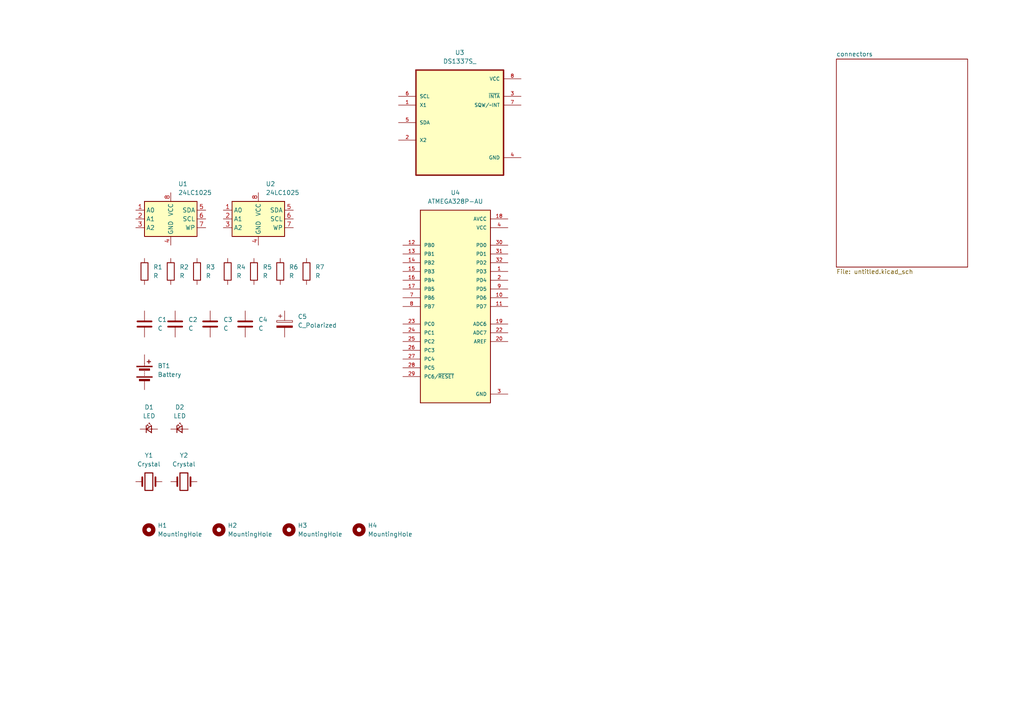
<source format=kicad_sch>
(kicad_sch (version 20250114) (generator "eeschema") (generator_version "9.0")
  (paper "A4")
  (title_block (title "${project_name}") (date "2025-11-30") (rev "v1") (company "JPIndustries") (comment 1 "Author: Jose Padilla"))
  (lib_symbols
    (symbol "ATMEGA328P-AU:ATMEGA328P-AU" (pin_names (offset 1.016))
      (property "Reference" "U" (at -10.1755 29.2546 0))
      (property "Value" "ATMEGA328P-AU" (at -10.1669 -31.7714 0))
      (symbol "ATMEGA328P-AU_0_0"
        (rectangle (start -10.16 -27.94) (end 10.16 27.94) (stroke (width 0.254)) (fill (type background)))
        (pin bidirectional line (at -15.24 17.78 0) (length 5.08) (name "PB0") (number "12"))
        (pin bidirectional line (at -15.24 15.24 0) (length 5.08) (name "PB1") (number "13"))
        (pin bidirectional line (at -15.24 12.7 0) (length 5.08) (name "PB2") (number "14"))
        (pin bidirectional line (at -15.24 10.16 0) (length 5.08) (name "PB3") (number "15"))
        (pin bidirectional line (at -15.24 7.62 0) (length 5.08) (name "PB4") (number "16"))
        (pin bidirectional line (at -15.24 5.08 0) (length 5.08) (name "PB5") (number "17"))
        (pin bidirectional line (at -15.24 2.54 0) (length 5.08) (name "PB6") (number "7"))
        (pin bidirectional line (at -15.24 0 0) (length 5.08) (name "PB7") (number "8"))
        (pin bidirectional line (at -15.24 -5.08 0) (length 5.08) (name "PC0") (number "23"))
        (pin bidirectional line (at -15.24 -7.62 0) (length 5.08) (name "PC1") (number "24"))
        (pin bidirectional line (at -15.24 -10.16 0) (length 5.08) (name "PC2") (number "25"))
        (pin bidirectional line (at -15.24 -12.7 0) (length 5.08) (name "PC3") (number "26"))
        (pin bidirectional line (at -15.24 -15.24 0) (length 5.08) (name "PC4") (number "27"))
        (pin bidirectional line (at -15.24 -17.78 0) (length 5.08) (name "PC5") (number "28"))
        (pin bidirectional line (at -15.24 -20.32 0) (length 5.08) (name "PC6/~{RESET}") (number "29"))
        (pin power_in line (at 15.24 25.4 180) (length 5.08) (name "AVCC") (number "18"))
        (pin power_in line (at 15.24 22.86 180) (length 5.08) (name "VCC") (number "4"))
        (pin power_in line (at 15.24 22.86 180) (length 5.08) (hide yes) (name "VCC") (number "6"))
        (pin bidirectional line (at 15.24 17.78 180) (length 5.08) (name "PD0") (number "30"))
        (pin bidirectional line (at 15.24 15.24 180) (length 5.08) (name "PD1") (number "31"))
        (pin bidirectional line (at 15.24 12.7 180) (length 5.08) (name "PD2") (number "32"))
        (pin bidirectional line (at 15.24 10.16 180) (length 5.08) (name "PD3") (number "1"))
        (pin bidirectional line (at 15.24 7.62 180) (length 5.08) (name "PD4") (number "2"))
        (pin bidirectional line (at 15.24 5.08 180) (length 5.08) (name "PD5") (number "9"))
        (pin bidirectional line (at 15.24 2.54 180) (length 5.08) (name "PD6") (number "10"))
        (pin bidirectional line (at 15.24 0 180) (length 5.08) (name "PD7") (number "11"))
        (pin bidirectional line (at 15.24 -5.08 180) (length 5.08) (name "ADC6") (number "19"))
        (pin bidirectional line (at 15.24 -7.62 180) (length 5.08) (name "ADC7") (number "22"))
        (pin input line (at 15.24 -10.16 180) (length 5.08) (name "AREF") (number "20"))
        (pin power_in line (at 15.24 -25.4 180) (length 5.08) (hide yes) (name "GND") (number "21"))
        (pin power_in line (at 15.24 -25.4 180) (length 5.08) (name "GND") (number "3"))
        (pin power_in line (at 15.24 -25.4 180) (length 5.08) (hide yes) (name "GND") (number "5"))
      )
    )
    (symbol "DS1337S_:DS1337S_" (pin_names (offset 1.016))
      (property "Reference" "U" (at -12.7 16.24 0))
      (property "Value" "DS1337S_" (at -12.7 -19.24 0))
      (symbol "DS1337S__0_0"
        (rectangle (start -12.7 -15.24) (end 12.7 15.24) (stroke (width 0.41)) (fill (type background)))
        (pin input line (at -17.78 7.62 0) (length 5.08) (name "SCL") (number "6"))
        (pin input line (at -17.78 5.08 0) (length 5.08) (name "X1") (number "1"))
        (pin bidirectional line (at -17.78 0 0) (length 5.08) (name "SDA") (number "5"))
        (pin bidirectional line (at -17.78 -5.08 0) (length 5.08) (name "X2") (number "2"))
        (pin power_in line (at 17.78 12.7 180) (length 5.08) (name "VCC") (number "8"))
        (pin output line (at 17.78 7.62 180) (length 5.08) (name "~{INTA}") (number "3"))
        (pin output line (at 17.78 5.08 180) (length 5.08) (name "SQW/~INT") (number "7"))
        (pin power_in line (at 17.78 -10.16 180) (length 5.08) (name "GND") (number "4"))
      )
    )
    (symbol "Device:Battery" (pin_numbers (hide yes)) (pin_names (offset 0) (hide yes))
      (property "Reference" "BT" (at 2.54 2.54 0))
      (property "Value" "Battery" (at 2.54 0 0))
      (symbol "Battery_0_1"
        (rectangle (start -2.286 1.778) (end 2.286 1.524) (fill (type outline)))
        (rectangle (start -2.286 -1.27) (end 2.286 -1.524) (fill (type outline)))
        (rectangle (start -1.524 1.016) (end 1.524 0.508) (fill (type outline)))
        (rectangle (start -1.524 -2.032) (end 1.524 -2.54) (fill (type outline)))
        (polyline (pts (xy 0 1.778) (xy 0 2.54)))
        (polyline (pts (xy 0 0) (xy 0 0.254)))
        (polyline (pts (xy 0 -0.508) (xy 0 -0.254)))
        (polyline (pts (xy 0 -1.016) (xy 0 -0.762)))
        (polyline (pts (xy 0.762 3.048) (xy 1.778 3.048)) (stroke (width 0.254)))
        (polyline (pts (xy 1.27 3.556) (xy 1.27 2.54)) (stroke (width 0.254)))
      )
      (symbol "Battery_1_1"
        (pin passive line (at 0 5.08 270) (length 2.54) (name "+") (number "1"))
        (pin passive line (at 0 -5.08 90) (length 2.54) (name "-") (number "2"))
      )
    )
    (symbol "Device:C" (pin_numbers (hide yes)) (pin_names (offset 0.254))
      (property "Reference" "C" (at 0.635 2.54 0))
      (property "Value" "C" (at 0.635 -2.54 0))
      (symbol "C_0_1"
        (polyline (pts (xy -2.032 0.762) (xy 2.032 0.762)) (stroke (width 0.508)))
        (polyline (pts (xy -2.032 -0.762) (xy 2.032 -0.762)) (stroke (width 0.508)))
      )
      (symbol "C_1_1"
        (pin passive line (at 0 3.81 270) (length 2.794) (name "~") (number "1"))
        (pin passive line (at 0 -3.81 90) (length 2.794) (name "~") (number "2"))
      )
    )
    (symbol "Device:C_Polarized" (pin_numbers (hide yes)) (pin_names (offset 0.254))
      (property "Reference" "C" (at 0.635 2.54 0))
      (property "Value" "C_Polarized" (at 0.635 -2.54 0))
      (symbol "C_Polarized_0_1"
        (rectangle (start -2.286 0.508) (end 2.286 1.016))
        (polyline (pts (xy -1.778 2.286) (xy -0.762 2.286)))
        (polyline (pts (xy -1.27 2.794) (xy -1.27 1.778)))
        (rectangle (start 2.286 -0.508) (end -2.286 -1.016) (fill (type outline)))
      )
      (symbol "C_Polarized_1_1"
        (pin passive line (at 0 3.81 270) (length 2.794) (name "~") (number "1"))
        (pin passive line (at 0 -3.81 90) (length 2.794) (name "~") (number "2"))
      )
    )
    (symbol "Device:Crystal" (pin_numbers (hide yes)) (pin_names (offset 1.016) (hide yes))
      (property "Reference" "Y" (at 0 3.81 0))
      (property "Value" "Crystal" (at 0 -3.81 0))
      (symbol "Crystal_0_1"
        (polyline (pts (xy -2.54 0) (xy -1.905 0)))
        (polyline (pts (xy -1.905 -1.27) (xy -1.905 1.27)) (stroke (width 0.508)))
        (rectangle (start -1.143 2.54) (end 1.143 -2.54) (stroke (width 0.3048)))
        (polyline (pts (xy 1.905 -1.27) (xy 1.905 1.27)) (stroke (width 0.508)))
        (polyline (pts (xy 2.54 0) (xy 1.905 0)))
      )
      (symbol "Crystal_1_1"
        (pin passive line (at -3.81 0 0) (length 1.27) (name "1") (number "1"))
        (pin passive line (at 3.81 0 180) (length 1.27) (name "2") (number "2"))
      )
    )
    (symbol "Device:R" (pin_numbers (hide yes)) (pin_names (offset 0))
      (property "Reference" "R" (at 2.032 0 90))
      (property "Value" "R" (at 0 0 90))
      (symbol "R_0_1"
        (rectangle (start -1.016 -2.54) (end 1.016 2.54) (stroke (width 0.254)))
      )
      (symbol "R_1_1"
        (pin passive line (at 0 3.81 270) (length 1.27) (name "~") (number "1"))
        (pin passive line (at 0 -3.81 90) (length 1.27) (name "~") (number "2"))
      )
    )
    (symbol "Mechanical:MountingHole" (pin_names (offset 1.016)) (in_bom no)
      (property "Reference" "H" (at 0 5.08 0))
      (property "Value" "MountingHole" (at 0 3.175 0))
      (symbol "MountingHole_0_1"
        (circle (center 0 0) (radius 1.27) (stroke (width 1.27)))
      )
    )
    (symbol "Memory_EEPROM:24LC1025"
      (property "Reference" "U" (at -6.35 6.35 0))
      (property "Value" "24LC1025" (at 1.27 6.35 0))
      (symbol "24LC1025_1_1"
        (rectangle (start -7.62 5.08) (end 7.62 -5.08) (stroke (width 0.254)) (fill (type background)))
        (pin input line (at -10.16 2.54 0) (length 2.54) (name "A0") (number "1"))
        (pin input line (at -10.16 0 0) (length 2.54) (name "A1") (number "2"))
        (pin input line (at -10.16 -2.54 0) (length 2.54) (name "A2") (number "3"))
        (pin power_in line (at 0 7.62 270) (length 2.54) (name "VCC") (number "8"))
        (pin power_in line (at 0 -7.62 90) (length 2.54) (name "GND") (number "4"))
        (pin bidirectional line (at 10.16 2.54 180) (length 2.54) (name "SDA") (number "5"))
        (pin input line (at 10.16 0 180) (length 2.54) (name "SCL") (number "6"))
        (pin input line (at 10.16 -2.54 180) (length 2.54) (name "WP") (number "7"))
      )
    )
    (symbol "PCM_SparkFun-LED:LED" (pin_numbers (hide yes)) (pin_names (offset 1.016) (hide yes))
      (property "Reference" "D" (at 0 2.54 0))
      (property "Value" "LED" (at 0 -2.54 0))
      (symbol "LED_0_1"
        (polyline (pts (xy -0.762 -1.016) (xy -0.762 1.016)) (stroke (width 0.254)))
        (polyline (pts (xy 0 0.762) (xy -0.508 1.27) (xy -0.254 1.27) (xy -0.508 1.27) (xy -0.508 1.016)))
        (polyline (pts (xy 0.508 1.27) (xy 0 1.778) (xy 0.254 1.778) (xy 0 1.778) (xy 0 1.524)))
        (polyline (pts (xy 0.762 -1.016) (xy -0.762 0) (xy 0.762 1.016) (xy 0.762 -1.016)) (stroke (width 0.254)))
        (polyline (pts (xy 1.016 0) (xy -0.762 0)))
      )
      (symbol "LED_1_1"
        (pin passive line (at -2.54 0 0) (length 1.778) (name "K") (number "1"))
        (pin passive line (at 2.54 0 180) (length 1.778) (name "A") (number "2"))
      )
    )
  )
  (symbol (lib_id "Mechanical:MountingHole") (at 104.14 153.67 0) (unit 1) (in_bom no)
    (property "Reference" "H4" (at 106.68 152.3999 0) (effects (justify left)))
    (property "Value" "MountingHole" (at 106.68 154.9399 0) (effects (justify left)))
    (property "Description" "Mounting Hole without connection" (effects (hide yes)))
  )
  (symbol (lib_id "Device:R") (at 41.91 78.74 0) (unit 1)
    (property "Reference" "R1" (at 44.45 77.4699 0) (effects (justify left)))
    (property "Value" "R" (at 44.45 80.0099 0) (effects (justify left)))
    (property "Description" "Resistor" (effects (hide yes)))
  )
  (symbol (lib_id "Device:C") (at 71.12 93.98 0) (unit 1)
    (property "Reference" "C4" (at 74.93 92.7099 0) (effects (justify left)))
    (property "Value" "C" (at 74.93 95.2499 0) (effects (justify left)))
    (property "Description" "Unpolarized capacitor" (effects (hide yes)))
  )
  (symbol (lib_id "PCM_SparkFun-LED:LED") (at 43.18 124.46 0) (unit 1)
    (property "Reference" "D1" (at 43.2435 118.11 0))
    (property "Value" "LED" (at 43.2435 120.65 0))
    (property "Footprint" "PCM_SparkFun-LED:LED_0603_1608Metric" (effects (hide yes)))
    (property "Description" "Light emitting diode" (effects (hide yes)))
    (property "PROD_ID" "LED-" (effects (hide yes)))
  )
  (symbol (lib_id "Mechanical:MountingHole") (at 43.18 153.67 0) (unit 1) (in_bom no)
    (property "Reference" "H1" (at 45.72 152.3999 0) (effects (justify left)))
    (property "Value" "MountingHole" (at 45.72 154.9399 0) (effects (justify left)))
    (property "Description" "Mounting Hole without connection" (effects (hide yes)))
  )
  (symbol (lib_id "Device:Crystal") (at 53.34 139.7 0) (unit 1)
    (property "Reference" "Y2" (at 53.34 132.08 0))
    (property "Value" "Crystal" (at 53.34 134.62 0))
    (property "Description" "Two pin crystal" (effects (hide yes)))
  )
  (symbol (lib_id "Device:Crystal") (at 43.18 139.7 0) (unit 1)
    (property "Reference" "Y1" (at 43.18 132.08 0))
    (property "Value" "Crystal" (at 43.18 134.62 0))
    (property "Description" "Two pin crystal" (effects (hide yes)))
  )
  (symbol (lib_id "Device:C") (at 50.8 93.98 0) (unit 1)
    (property "Reference" "C2" (at 54.61 92.7099 0) (effects (justify left)))
    (property "Value" "C" (at 54.61 95.2499 0) (effects (justify left)))
    (property "Description" "Unpolarized capacitor" (effects (hide yes)))
  )
  (symbol (lib_id "Mechanical:MountingHole") (at 63.5 153.67 0) (unit 1) (in_bom no)
    (property "Reference" "H2" (at 66.04 152.3999 0) (effects (justify left)))
    (property "Value" "MountingHole" (at 66.04 154.9399 0) (effects (justify left)))
    (property "Description" "Mounting Hole without connection" (effects (hide yes)))
  )
  (symbol (lib_id "Device:C") (at 60.96 93.98 0) (unit 1)
    (property "Reference" "C3" (at 64.77 92.7099 0) (effects (justify left)))
    (property "Value" "C" (at 64.77 95.2499 0) (effects (justify left)))
    (property "Description" "Unpolarized capacitor" (effects (hide yes)))
  )
  (symbol (lib_id "Device:R") (at 49.53 78.74 0) (unit 1)
    (property "Reference" "R2" (at 52.07 77.4699 0) (effects (justify left)))
    (property "Value" "R" (at 52.07 80.0099 0) (effects (justify left)))
    (property "Description" "Resistor" (effects (hide yes)))
  )
  (symbol (lib_id "Device:R") (at 88.9 78.74 0) (unit 1)
    (property "Reference" "R7" (at 91.44 77.4699 0) (effects (justify left)))
    (property "Value" "R" (at 91.44 80.0099 0) (effects (justify left)))
    (property "Description" "Resistor" (effects (hide yes)))
  )
  (symbol (lib_id "Memory_EEPROM:24LC1025") (at 74.93 63.5 0) (unit 1)
    (property "Reference" "U2" (at 77.0733 53.34 0) (effects (justify left)))
    (property "Value" "24LC1025" (at 77.0733 55.88 0) (effects (justify left)))
    (property "Datasheet" "http://ww1.microchip.com/downloads/en/DeviceDoc/21941B.pdf" (effects (hide yes)))
    (property "Description" "I2C Serial EEPROM, 1024Kb, DIP-8/SOIC-8/TSSOP-8/DFN-8" (effects (hide yes)))
  )
  (symbol (lib_id "DS1337S_:DS1337S_") (at 133.35 35.56 0) (unit 1)
    (property "Reference" "U3" (at 133.35 15.24 0))
    (property "Value" "DS1337S_" (at 133.35 17.78 0))
    (property "Footprint" "DS1337S_:SOIC127P600X175-8N" (effects (hide yes)))
    (property "MF" "Analog Devices" (effects (hide yes)))
    (property "Description_1" "Real Time Clock (RTC) IC Clock/Calendar - I²C, 2-Wire Serial 8-SOIC (0.154, 3.90mm Width)" (effects (hide yes)))
    (property "Package" "SOIC-8 Maxim" (effects (hide yes)))
    (property "Price" "None" (effects (hide yes)))
    (property "SnapEDA_Link" "https://www.snapeda.com/parts/DS1337S/Analog+Devices/view-part/?ref=snap" (effects (hide yes)))
    (property "MP" "DS1337S" (effects (hide yes)))
    (property "Availability" "In Stock" (effects (hide yes)))
    (property "Check_prices" "https://www.snapeda.com/parts/DS1337S/Analog+Devices/view-part/?ref=eda" (effects (hide yes)))
  )
  (symbol (lib_id "Mechanical:MountingHole") (at 83.82 153.67 0) (unit 1) (in_bom no)
    (property "Reference" "H3" (at 86.36 152.3999 0) (effects (justify left)))
    (property "Value" "MountingHole" (at 86.36 154.9399 0) (effects (justify left)))
    (property "Description" "Mounting Hole without connection" (effects (hide yes)))
  )
  (symbol (lib_id "Device:R") (at 73.66 78.74 0) (unit 1)
    (property "Reference" "R5" (at 76.2 77.4699 0) (effects (justify left)))
    (property "Value" "R" (at 76.2 80.0099 0) (effects (justify left)))
    (property "Description" "Resistor" (effects (hide yes)))
  )
  (symbol (lib_id "Memory_EEPROM:24LC1025") (at 49.53 63.5 0) (unit 1)
    (property "Reference" "U1" (at 51.6733 53.34 0) (effects (justify left)))
    (property "Value" "24LC1025" (at 51.6733 55.88 0) (effects (justify left)))
    (property "Datasheet" "http://ww1.microchip.com/downloads/en/DeviceDoc/21941B.pdf" (effects (hide yes)))
    (property "Description" "I2C Serial EEPROM, 1024Kb, DIP-8/SOIC-8/TSSOP-8/DFN-8" (effects (hide yes)))
  )
  (symbol (lib_id "Device:C_Polarized") (at 82.55 93.98 0) (unit 1)
    (property "Reference" "C5" (at 86.36 91.8209 0) (effects (justify left)))
    (property "Value" "C_Polarized" (at 86.36 94.3609 0) (effects (justify left)))
    (property "Description" "Polarized capacitor" (effects (hide yes)))
  )
  (symbol (lib_id "PCM_SparkFun-LED:LED") (at 52.07 124.46 0) (unit 1)
    (property "Reference" "D2" (at 52.1335 118.11 0))
    (property "Value" "LED" (at 52.1335 120.65 0))
    (property "Footprint" "PCM_SparkFun-LED:LED_0603_1608Metric" (effects (hide yes)))
    (property "Description" "Light emitting diode" (effects (hide yes)))
    (property "PROD_ID" "LED-" (effects (hide yes)))
  )
  (symbol (lib_id "Device:R") (at 57.15 78.74 0) (unit 1)
    (property "Reference" "R3" (at 59.69 77.4699 0) (effects (justify left)))
    (property "Value" "R" (at 59.69 80.0099 0) (effects (justify left)))
    (property "Description" "Resistor" (effects (hide yes)))
  )
  (symbol (lib_id "ATMEGA328P-AU:ATMEGA328P-AU") (at 132.08 88.9 0) (unit 1)
    (property "Reference" "U4" (at 132.08 55.88 0))
    (property "Value" "ATMEGA328P-AU" (at 132.08 58.42 0))
    (property "Footprint" "ATMEGA328P-AU:QFP80P900X900X120-32N" (effects (hide yes)))
    (property "MF" "MICROCHIP TECH." (effects (hide yes)))
    (property "MAXIMUM_PACKAGE_HEIGHT" "1.20mm" (effects (hide yes)))
    (property "Package" "TQFP-32 Microchip" (effects (hide yes)))
    (property "Price" "None" (effects (hide yes)))
    (property "Check_prices" "https://www.snapeda.com/parts/ATMEGA328P-AU/Microchip+Technology/view-part/?ref=eda" (effects (hide yes)))
    (property "STANDARD" "IPC-7351B" (effects (hide yes)))
    (property "PARTREV" "8271A" (effects (hide yes)))
    (property "SnapEDA_Link" "https://www.snapeda.com/parts/ATMEGA328P-AU/Microchip+Technology/view-part/?ref=snap" (effects (hide yes)))
    (property "MP" "ATMEGA328P-AU" (effects (hide yes)))
    (property "Description_1" "MCU 8-bit - AVR ATmega Family ATmega328 Series Microcontrollers - 20 MHz - 32 KB - 2 KB - 32 Pins." (effects (hide yes)))
    (property "Availability" "In Stock" (effects (hide yes)))
    (property "MANUFACTURER" "Microchip" (effects (hide yes)))
  )
  (symbol (lib_id "Device:R") (at 66.04 78.74 0) (unit 1)
    (property "Reference" "R4" (at 68.58 77.4699 0) (effects (justify left)))
    (property "Value" "R" (at 68.58 80.0099 0) (effects (justify left)))
    (property "Description" "Resistor" (effects (hide yes)))
  )
  (symbol (lib_id "Device:C") (at 41.91 93.98 0) (unit 1)
    (property "Reference" "C1" (at 45.72 92.7099 0) (effects (justify left)))
    (property "Value" "C" (at 45.72 95.2499 0) (effects (justify left)))
    (property "Description" "Unpolarized capacitor" (effects (hide yes)))
  )
  (symbol (lib_id "Device:R") (at 81.28 78.74 0) (unit 1)
    (property "Reference" "R6" (at 83.82 77.4699 0) (effects (justify left)))
    (property "Value" "R" (at 83.82 80.0099 0) (effects (justify left)))
    (property "Description" "Resistor" (effects (hide yes)))
  )
  (symbol (lib_id "Device:Battery") (at 41.91 107.95 0) (unit 1)
    (property "Reference" "BT1" (at 45.72 106.1084 0) (effects (justify left)))
    (property "Value" "Battery" (at 45.72 108.6484 0) (effects (justify left)))
    (property "Description" "Multiple-cell battery" (effects (hide yes)))
  )
  (sheet (at 242.57 17.145) (size 38.1 60.325) (stroke (width 0.1524))
    (property "Sheetname" "connectors" (at 242.57 16.4334 0) (effects (justify left bottom)))
    (property "Sheetfile" "untitled.kicad_sch" (at 242.57 78.0546 0) (effects (justify left top)))
  )
)
</source>
